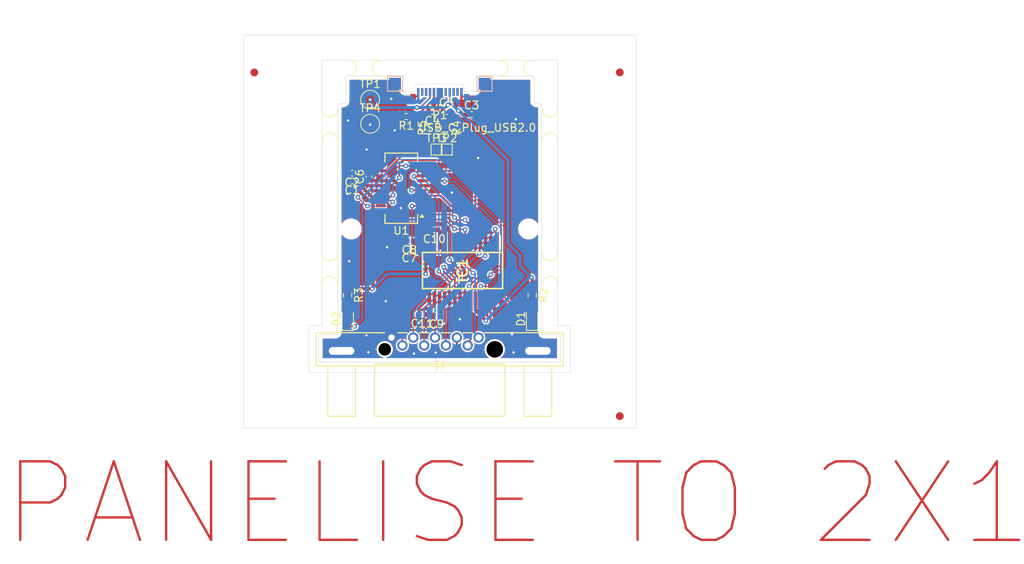
<source format=kicad_pcb>
(kicad_pcb (version 20240108) (generator "pcbnew") (generator_version "8.0")
  (layers (0 "F.Cu" signal) (31 "B.Cu" signal) (34 "B.Paste" user) (35 "F.Paste" user) (36 "B.SilkS" user "B.Silkscreen") (37 "F.SilkS" user "F.Silkscreen") (38 "B.Mask" user) (39 "F.Mask" user) (44 "Edge.Cuts" user))
  (net 0 "")
  (net 1 "Earth")
  (net 2 "VCC")
  (net 3 "/D+")
  (net 4 "/D-")
  (net 5 "3V3OUT")
  (net 6 "Net-(IC1-V-)")
  (net 7 "Net-(IC1-C1+)")
  (net 8 "Net-(IC1-C1-)")
  (net 9 "Net-(IC1-C2-)")
  (net 10 "Net-(IC1-C2+)")
  (net 11 "Net-(D1-A)")
  (net 12 "Net-(D1-K)")
  (net 13 "Net-(D2-A)")
  (net 14 "Net-(D2-K)")
  (net 15 "SLEEP#")
  (net 16 "RX")
  (net 17 "CTS")
  (net 19 "~{RI}")
  (net 20 "DTR")
  (net 21 "~{DTR}")
  (net 22 "~{RTS}")
  (net 23 "~{DSR}")
  (net 24 "TX")
  (net 25 "RTS")
  (net 26 "DSR")
  (net 27 "~{DCD}")
  (net 28 "DCD")
  (net 30 "RXD")
  (net 31 "RI")
  (net 32 "~{CTS}")
  (net 33 "TXD")
  (net 34 "Net-(P1-CC)")
  (footprint "DB9 RS232 Adapter:SOP65P780X200-28N" (layer "F.Cu") (at 235.53 97 -90)
    (property "Reference" "IC1")
    (property "Value" "SP213ECA-L_TR" (hide yes))
  )
  (footprint "TestPoint:TestPoint_Pad_1.0x1.0mm" (layer "F.Cu") (at 232.22 81.59)
    (property "Reference" "TP3")
    (property "Value" "TestPoint")
  )
  (footprint "LED_SMD:LED_0603_1608Metric" (layer "F.Cu") (at 220.9075 103.15 90)
    (property "Reference" "D2")
    (property "Value" "RXLED")
  )
  (footprint "TestPoint:TestPoint_Pad_1.0x1.0mm" (layer "F.Cu") (at 233.52 81.59)
    (property "Reference" "TP2")
    (property "Value" "TestPoint")
  )
  (footprint "Capacitor_SMD:C_0402_1005Metric" (layer "F.Cu") (at 223.61 85.04 90)
    (property "Reference" "C6")
    (property "Value" "100nF")
  )
  (footprint "Capacitor_SMD:C_0402_1005Metric" (layer "F.Cu") (at 231.68 76.75 180)
    (property "Reference" "C4")
    (property "Value" "47pF")
  )
  (footprint "Capacitor_SMD:C_0402_1005Metric" (layer "F.Cu") (at 228.75 94.26 180)
    (property "Reference" "C7")
    (property "Value" "100nF")
  )
  (footprint "Fiducial:Fiducial_1mm_Mask2mm" (layer "F.Cu") (at 209.02 71.77)
    (property "Reference" "REF**" (hide yes))
    (property "Value" "Fiducial_1mm_Mask2mm")
  )
  (footprint "Fiducial:Fiducial_1mm_Mask2mm" (layer "F.Cu") (at 255.54 115.55)
    (property "Reference" "REF**" (hide yes))
    (property "Value" "Fiducial_1mm_Mask2mm")
  )
  (footprint "Expansion_Card:mouse-bite-2mm-slot" (layer "F.Cu") (at 218.65 96.75 90)
    (property "Reference" "mouse-bite-2mm-slot" (hide yes))
    (property "Value" "VAL**" (hide yes))
  )
  (footprint "MountingHole:MountingHole_2.2mm_M2" (layer "F.Cu") (at 243.94 91.71)
    (property "Reference" "H2" (hide yes))
    (property "Value" "MountingHole")
  )
  (footprint "Resistor_SMD:R_0603_1608Metric" (layer "F.Cu") (at 220.9 100.15 -90)
    (property "Reference" "R3")
    (property "Value" "270R")
  )
  (footprint "MountingHole:JLCPCB_Tooling" (layer "F.Cu") (at 208.79 68.11)
    (property "Reference" "REF**" (hide yes))
    (property "Value" "JLCPCB_Tooling")
  )
  (footprint "Expansion_Card:mouse-bite-2mm-slot" (layer "F.Cu") (at 242.31 71.21 180)
    (property "Reference" "mouse-bite-2mm-slot" (hide yes))
    (property "Value" "VAL**" (hide yes))
  )
  (footprint "TestPoint:TestPoint_Pad_D2.0mm" (layer "F.Cu") (at 223.77 78.31)
    (property "Reference" "TP4")
    (property "Value" "TestPoint")
  )
  (footprint "Resistor_SMD:R_0603_1608Metric" (layer "F.Cu") (at 233.34 78.83 -90)
    (property "Reference" "R4")
    (property "Value" "27R")
  )
  (footprint "Expansion_Card:mouse-bite-2mm-slot" (layer "F.Cu") (at 218.65 78.45 90)
    (property "Reference" "mouse-bite-2mm-slot" (hide yes))
    (property "Value" "VAL**" (hide yes))
  )
  (footprint "Capacitor_SMD:C_0402_1005Metric" (layer "F.Cu") (at 233.5 76.75)
    (property "Reference" "C5")
    (property "Value" "47pF")
  )
  (footprint "Capacitor_SMD:C_0402_1005Metric" (layer "F.Cu") (at 228.75 93.21 180)
    (property "Reference" "C8")
    (property "Value" "100nF")
  )
  (footprint "Capacitor_SMD:C_0402_1005Metric" (layer "F.Cu") (at 232.2 102.67 180)
    (property "Reference" "C9")
    (property "Value" "100nF, 16v")
  )
  (footprint "Resistor_SMD:R_0603_1608Metric" (layer "F.Cu") (at 231.86 78.83 90)
    (property "Reference" "R5")
    (property "Value" "27R")
  )
  (footprint "Capacitor_SMD:C_0402_1005Metric" (layer "F.Cu") (at 230.37 102.59 180)
    (property "Reference" "C11")
    (property "Value" "100nF, 16v")
  )
  (footprint "Resistor_SMD:R_0603_1608Metric" (layer "F.Cu") (at 244.4 100.15 -90)
    (property "Reference" "R2")
    (property "Value" "270R")
  )
  (footprint "TestPoint:TestPoint_Pad_1.5x1.5mm" (layer "F.Cu") (at 238.34 73.21)
    (property "Reference" "TP3" (hide yes))
    (property "Value" "TestPoint")
  )
  (footprint "TestPoint:TestPoint_Pad_1.5x1.5mm" (layer "F.Cu") (at 226.94 73.21)
    (property "Reference" "TP1" (hide yes))
    (property "Value" "TestPoint")
  )
  (footprint "Resistor_SMD:R_0402_1005Metric" (layer "F.Cu") (at 228.36 77.39 180)
    (property "Reference" "R1")
    (property "Value" "5.1k")
  )
  (footprint "Expansion_Card:USB_C_Plug_Molex_105444" (layer "F.Cu") (at 232.64 74.21)
    (property "Reference" "P1")
    (property "Value" "USB_C_Plug_USB2.0")
    (fp_line (start -3.35 0) (end -4.3 0) (stroke (width 0.05)) (layer "Edge.Cuts"))
    (fp_line (start -3.05 -0.66) (end -3.05 -0.3) (stroke (width 0.05)) (layer "Edge.Cuts"))
    (fp_line (start -2.75 -0.96) (end 2.75 -0.96) (stroke (width 0.05)) (layer "Edge.Cuts"))
    (fp_line (start 3.05 -0.66) (end 3.05 -0.3) (stroke (width 0.05)) (layer "Edge.Cuts"))
    (fp_line (start 3.35 0) (end 4.3 0) (stroke (width 0.05)) (layer "Edge.Cuts"))
    (fp_arc (start -3.05 -0.66) (mid -2.962132 -0.872132) (end -2.75 -0.96) (stroke (width 0.05)) (layer "Edge.Cuts"))
    (fp_arc (start -3.05 -0.3) (mid -3.137868 -0.087868) (end -3.35 0) (stroke (width 0.05)) (layer "Edge.Cuts"))
    (fp_arc (start 2.75 -0.96) (mid 2.962132 -0.872132) (end 3.05 -0.66) (stroke (width 0.05)) (layer "Edge.Cuts"))
    (fp_arc (start 3.35 0) (mid 3.137868 -0.087868) (end 3.05 -0.3) (stroke (width 0.05)) (layer "Edge.Cuts"))
  )
  (footprint "DB9 RS232 Adapter:CONN9_K31X_KYC" (layer "F.Cu") (at 232.63 109.043 180)
    (property "Reference" "J1")
    (property "Value" "DE9_Receptacle")
  )
  (footprint "Capacitor_SMD:C_0402_1005Metric" (layer "F.Cu") (at 231.94 91.82 180)
    (property "Reference" "C10")
    (property "Value" "100nF")
  )
  (footprint "Expansion_Card:mouse-bite-2mm-slot" (layer "F.Cu") (at 246.65 78.45 90)
    (property "Reference" "mouse-bite-2mm-slot" (hide yes))
    (property "Value" "VAL**" (hide yes))
  )
  (footprint "Package_SO:SSOP-20_3.9x8.7mm_P0.635mm" (layer "F.Cu") (at 227.7325 86.52 180)
    (property "Reference" "U1")
    (property "Value" "FT231XS")
  )
  (footprint "Expansion_Card:mouse-bite-2mm-slot" (layer "F.Cu") (at 223.04 71.2 180)
    (property "Reference" "mouse-bite-2mm-slot" (hide yes))
    (property "Value" "VAL**" (hide yes))
  )
  (footprint "Capacitor_SMD:C_0402_1005Metric" (layer "F.Cu") (at 236.68 77.12)
    (property "Reference" "C3")
    (property "Value" "10nF")
  )
  (footprint "MountingHole:MountingHole_2.2mm_M2" (layer "F.Cu") (at 221.34 91.71)
    (property "Reference" "H1" (hide yes))
    (property "Value" "MountingHole")
  )
  (footprint "Capacitor_SMD:C_0402_1005Metric" (layer "F.Cu") (at 221.48 84.61 180)
    (property "Reference" "C2")
    (property "Value" "4.7uF")
  )
  (footprint "Capacitor_SMD:C_0402_1005Metric" (layer "F.Cu") (at 221.48 85.6 180)
    (property "Reference" "C1")
    (property "Value" "100nF")
  )
  (footprint "LED_SMD:LED_0603_1608Metric" (layer "F.Cu") (at 244.39 103.15 90)
    (property "Reference" "D1")
    (property "Value" "TXLED")
  )
  (footprint "TestPoint:TestPoint_Pad_D2.0mm" (layer "F.Cu") (at 223.77 75.24)
    (property "Reference" "TP1")
    (property "Value" "TestPoint")
  )
  (footprint "MountingHole:JLCPCB_Tooling" (layer "F.Cu") (at 256.71 67.96)
    (property "Reference" "REF**" (hide yes))
    (property "Value" "JLCPCB_Tooling")
  )
  (footprint "MountingHole:JLCPCB_Tooling" (layer "F.Cu") (at 208.71 115.92)
    (property "Reference" "REF**" (hide yes))
    (property "Value" "JLCPCB_Tooling")
  )
  (footprint "Expansion_Card:mouse-bite-2mm-slot" (layer "F.Cu") (at 246.65 96.75 90)
    (property "Reference" "mouse-bite-2mm-slot" (hide yes))
    (property "Value" "VAL**" (hide yes))
  )
  (footprint "Fiducial:Fiducial_1mm_Mask2mm" (layer "F.Cu") (at 255.54 71.77)
    (property "Reference" "REF**" (hide yes))
    (property "Value" "Fiducial_1mm_Mask2mm")
  )
  (footprint "TestPoint:TestPoint_Pad_1.5x1.5mm" (layer "B.Cu") (at 238.34 73.21)
    (property "Reference" "TP4" (hide yes))
    (property "Value" "TestPoint")
  )
  (footprint "TestPoint:TestPoint_Pad_1.5x1.5mm" (layer "B.Cu") (at 226.94 73.21)
    (property "Reference" "TP2" (hide yes))
    (property "Value" "TestPoint")
  )
  (gr_arc (start 219.64 104.87) (mid 219.552132 105.082132) (end 219.34 105.17) (stroke (width 0.05)) (layer "Edge.Cuts"))
  (gr_arc (start 245.34 75.71) (mid 245.552132 75.797868) (end 245.64 76.01) (stroke (width 0.05)) (layer "Edge.Cuts"))
  (gr_arc (start 220.64 72.51) (mid 220.727868 72.297868) (end 220.94 72.21) (stroke (width 0.05)) (layer "Edge.Cuts"))
  (gr_line (start 207.64 67.03) (end 207.64 117.03) (stroke (width 0.05)) (layer "Edge.Cuts"))
  (gr_arc (start 245.94 105.17) (mid 245.727868 105.082132) (end 245.64 104.87) (stroke (width 0.05)) (layer "Edge.Cuts"))
  (gr_line (start 236.94 74.21) (end 237.04 74.21) (stroke (width 0.05)) (layer "Edge.Cuts"))
  (gr_line (start 248.035 105.47) (end 248.035 108.370032) (stroke (width 0.05)) (layer "Edge.Cuts"))
  (gr_line (start 219.94 75.71) (end 220.34 75.71) (stroke (width 0.05)) (layer "Edge.Cuts"))
  (gr_arc (start 227.64 72.21) (mid 227.852132 72.297868) (end 227.94 72.51) (stroke (width 0.05)) (layer "Edge.Cuts"))
  (gr_arc (start 228.24 74.21) (mid 228.027868 74.122132) (end 227.94 73.91) (stroke (width 0.05)) (layer "Edge.Cuts"))
  (gr_line (start 227.94 73.91) (end 227.94 72.51) (stroke (width 0.05)) (layer "Edge.Cuts"))
  (gr_line (start 217.64 104.01) (end 216 104.01) (stroke (width 0.05)) (layer "Edge.Cuts"))
  (gr_line (start 237.34 73.91) (end 237.34 72.51) (stroke (width 0.05)) (layer "Edge.Cuts"))
  (gr_line (start 219.34 105.17) (end 217.545 105.17) (stroke (width 0.05)) (layer "Edge.Cuts"))
  (gr_line (start 216 104.01) (end 216 110) (stroke (width 0.05)) (layer "Edge.Cuts"))
  (gr_line (start 207.64 117.03) (end 257.64 117.03) (stroke (width 0.05)) (layer "Edge.Cuts"))
  (gr_arc (start 219.64 76.01) (mid 219.727868 75.797868) (end 219.94 75.71) (stroke (width 0.05)) (layer "Edge.Cuts"))
  (gr_line (start 247.64 70.21) (end 247.64 104.01) (stroke (width 0.05)) (layer "Edge.Cuts"))
  (gr_arc (start 220.64 75.41) (mid 220.552132 75.622132) (end 220.34 75.71) (stroke (width 0.05)) (layer "Edge.Cuts"))
  (gr_arc (start 237.34 73.91) (mid 237.252132 74.122132) (end 237.04 74.21) (stroke (width 0.05)) (layer "Edge.Cuts"))
  (gr_line (start 227.64 72.21) (end 220.94 72.21) (stroke (width 0.05)) (layer "Edge.Cuts"))
  (gr_line (start 245.64 76.01) (end 245.64 104.87) (stroke (width 0.05)) (layer "Edge.Cuts"))
  (gr_line (start 257.64 67.03) (end 257.64 117.03) (stroke (width 0.05)) (layer "Edge.Cuts"))
  (gr_arc (start 244.34 72.21) (mid 244.552132 72.297868) (end 244.64 72.51) (stroke (width 0.05)) (layer "Edge.Cuts"))
  (gr_arc (start 248.035 108.370032) (mid 247.947121 108.582143) (end 247.735 108.670032) (stroke (width 0.05)) (layer "Edge.Cuts"))
  (gr_line (start 217.64 70.21) (end 217.64 104.01) (stroke (width 0.05)) (layer "Edge.Cuts"))
  (gr_line (start 220.64 75.41) (end 220.64 72.51) (stroke (width 0.05)) (layer "Edge.Cuts"))
  (gr_line (start 219.64 76.01) (end 219.64 104.87) (stroke (width 0.05)) (layer "Edge.Cuts"))
  (gr_line (start 217.545 108.670032) (end 247.735 108.670032) (stroke (width 0.05)) (layer "Edge.Cuts"))
  (gr_arc (start 247.735 105.17) (mid 247.947132 105.257868) (end 248.035 105.47) (stroke (width 0.05)) (layer "Edge.Cuts"))
  (gr_line (start 244.64 75.41) (end 244.64 72.51) (stroke (width 0.05)) (layer "Edge.Cuts"))
  (gr_line (start 249.28 104.01) (end 247.64 104.01) (stroke (width 0.05)) (layer "Edge.Cuts"))
  (gr_line (start 244.94 75.71) (end 245.34 75.71) (stroke (width 0.05)) (layer "Edge.Cuts"))
  (gr_arc (start 217.545 108.670032) (mid 217.332857 108.582166) (end 217.245 108.370032) (stroke (width 0.05)) (layer "Edge.Cuts"))
  (gr_arc (start 217.245 105.47) (mid 217.332868 105.257868) (end 217.545 105.17) (stroke (width 0.05)) (layer "Edge.Cuts"))
  (gr_arc (start 237.34 72.51) (mid 237.427868 72.297868) (end 237.64 72.21) (stroke (width 0.05)) (layer "Edge.Cuts"))
  (gr_line (start 247.735 105.17) (end 245.94 105.17) (stroke (width 0.05)) (layer "Edge.Cuts"))
  (gr_line (start 228.24 74.21) (end 228.34 74.21) (stroke (width 0.05)) (layer "Edge.Cuts"))
  (gr_line (start 207.64 67.03) (end 257.64 67.03) (stroke (width 0.05)) (layer "Edge.Cuts"))
  (gr_arc (start 244.94 75.71) (mid 244.727868 75.622132) (end 244.64 75.41) (stroke (width 0.05)) (layer "Edge.Cuts"))
  (gr_line (start 249.28 104.01) (end 249.28 110) (stroke (width 0.05)) (layer "Edge.Cuts"))
  (gr_line (start 216 110) (end 249.28 110) (stroke (width 0.05)) (layer "Edge.Cuts"))
  (gr_line (start 237.64 72.21) (end 244.34 72.21) (stroke (width 0.05)) (layer "Edge.Cuts"))
  (gr_line (start 217.245 105.47) (end 217.245 108.370032) (stroke (width 0.05)) (layer "Edge.Cuts"))
  (gr_line (start 217.64 70.21) (end 247.64 70.21) (stroke (width 0.05)) (layer "Edge.Cuts"))
  (gr_text "PANELISE TO 2X1" (at 176.66 132.55 0) (layer "F.Cu") (effects (font (size 10 10) (thickness 0.3) (bold yes)) (justify left bottom)))
  (segment (start 233.98 76.75) (end 234.08 76.75) (width 0.2) (layer "F.Cu") (net 1))
  (segment (start 229.385788 75.09) (end 229.801011 74.674777) (width 0.2) (layer "F.Cu") (net 1))
  (segment (start 223.77 78.31) (end 223.77 78.41) (width 0.4) (layer "F.Cu") (net 1))
  (segment (start 229.22 75.09) (end 229.385788 75.09) (width 0.2) (layer "F.Cu") (net 1))
  (segment (start 234.08 76.75) (end 235.03 77.7) (width 0.2) (layer "F.Cu") (net 1))
  (segment (start 223.77 78.41) (end 223.78 78.42) (width 0.4) (layer "F.Cu") (net 1))
  (via (at 226.89 79.15) (size 0.6) (drill 0.3) (layers "F.Cu" "B.Cu") (net 1))
  (via (at 241.82 105.12) (size 0.6) (drill 0.3) (layers "F.Cu" "B.Cu") (net 1))
  (via (at 242.02 107.44) (size 0.6) (drill 0.3) (layers "F.Cu" "B.Cu") (net 1))
  (via (at 223.32 81.58) (size 0.6) (drill 0.3) (layers "F.Cu" "B.Cu") (net 1))
  (via (at 223.55 107.41) (size 0.6) (drill 0.3) (layers "F.Cu" "B.Cu") (net 1))
  (via (at 220.97 77.9) (size 0.6) (drill 0.3) (layers "F.Cu" "B.Cu") (net 1))
  (via (at 223.78 78.42) (size 0.6) (drill 0.3) (layers "F.Cu" "B.Cu") (net 1))
  (via (at 223.3 105.25) (size 0.6) (drill 0.3) (layers "F.Cu" "B.Cu") (net 1))
  (via (at 220.85 87.23) (size 0.6) (drill 0.3) (layers "F.Cu" "B.Cu") (net 1))
  (via (at 229.95 103.68) (size 0.6) (drill 0.3) (layers "F.Cu" "B.Cu") (net 1))
  (via (at 226.46 75.13) (size 0.6) (drill 0.3) (layers "F.Cu" "B.Cu") (net 1))
  (via (at 221.12 95.83) (size 0.6) (drill 0.3) (layers "F.Cu" "B.Cu") (net 1))
  (via (at 225.76 100.91) (size 0.6) (drill 0.3) (layers "F.Cu" "B.Cu") (net 1))
  (via (at 237.52 82.67) (size 0.6) (drill 0.3) (layers "F.Cu" "B.Cu") (net 1))
  (via (at 235.18 103.21) (size 0.6) (drill 0.3) (layers "F.Cu" "B.Cu") (net 1))
  (via (at 236.24 98.08) (size 0.6) (drill 0.3) (layers "F.Cu" "B.Cu") (net 1))
  (via (at 225.93 94.04) (size 0.6) (drill 0.3) (layers "F.Cu" "B.Cu") (net 1))
  (via (at 227.68 89.05) (size 0.6) (drill 0.3) (layers "F.Cu" "B.Cu") (net 1))
  (via (at 242.3 77.73) (size 0.6) (drill 0.3) (layers "F.Cu" "B.Cu") (net 1))
  (via (at 234.16 87.07) (size 0.6) (drill 0.3) (layers "F.Cu" "B.Cu") (net 1))
  (via (at 232.11 107.46) (size 0.6) (drill 0.3) (layers "F.Cu" "B.Cu") (net 1))
  (via (at 229.35 107.59) (size 0.6) (drill 0.3) (layers "F.Cu" "B.Cu") (net 1))
  (segment (start 236.06 75.09) (end 235.894212 75.09) (width 0.2) (layer "B.Cu") (net 1))
  (segment (start 235.894212 75.09) (end 235.478989 74.674777) (width 0.2) (layer "B.Cu") (net 1))
  (segment (start 235.11 76.64) (end 235.01 76.64) (width 0.2) (layer "F.Cu") (net 2))
  (segment (start 222.5625 86.2025) (end 221.96 85.6) (width 0.4) (layer "F.Cu") (net 2))
  (segment (start 231.39 75) (end 231.39 74.25) (width 0.2) (layer "F.Cu") (net 2))
  (segment (start 221.96 77.05) (end 221.96 84.61) (width 0.4) (layer "F.Cu") (net 2))
  (segment (start 231.98 94.75) (end 233.23 94.75) (width 0.4) (layer "F.Cu") (net 2))
  (segment (start 235.59 77.12) (end 235.11 76.64) (width 0.4) (layer "F.Cu") (net 2))
  (segment (start 237.155 102.03) (end 238.3725 103.2475) (width 0.4) (layer "F.Cu") (net 2))
  (segment (start 233.255 94.725) (end 233.255 93.45) (width 0.4) (layer "F.Cu") (net 2))
  (segment (start 224.1675 86.2025) (end 224.1325 86.2375) (width 0.4) (layer "F.Cu") (net 2))
  (segment (start 244.4 97.965) (end 244.4 99.325) (width 0.4) (layer "F.Cu") (net 2))
  (segment (start 238.3725 103.2475) (end 238.505 103.38) (width 0.2) (layer "F.Cu") (net 2))
  (segment (start 244.31 97.875) (end 244.4 97.965) (width 0.4) (layer "F.Cu") (net 2))
  (segment (start 224.045 99.325) (end 220.9 99.325) (width 0.4) (layer "F.Cu") (net 2))
  (segment (start 230.86 94.85) (end 230.86 97.45) (width 0.4) (layer "F.Cu") (net 2))
  (segment (start 224.1325 99.2375) (end 224.1325 87.7725) (width 0.4) (layer "F.Cu") (net 2))
  (segment (start 224.045 99.325) (end 224.1325 99.2375) (width 0.4) (layer "F.Cu") (net 2))
  (segment (start 231.98 94.75) (end 229.72 94.75) (width 0.4) (layer "F.Cu") (net 2))
  (segment (start 236.2 77.12) (end 235.59 77.12) (width 0.4) (layer "F.Cu") (net 2))
  (segment (start 230.15 76.24) (end 231.39 75) (width 0.2) (layer "F.Cu") (net 2))
  (segment (start 225.1325 86.2025) (end 224.1675 86.2025) (width 0.4) (layer "F.Cu") (net 2))
  (segment (start 225.1325 86.2025) (end 222.5625 86.2025) (width 0.4) (layer "F.Cu") (net 2))
  (segment (start 221.96 85.6) (end 221.96 84.61) (width 0.4) (layer "F.Cu") (net 2))
  (segment (start 233.665 75.925) (end 233.89 75.7) (width 0.2) (layer "F.Cu") (net 2))
  (segment (start 229.72 94.75) (end 229.23 94.26) (width 0.4) (layer "F.Cu") (net 2))
  (segment (start 230.76 94.75) (end 230.86 94.85) (width 0.4) (layer "F.Cu") (net 2))
  (segment (start 233.89 75.7) (end 233.89 74.25) (width 0.2) (layer "F.Cu") (net 2))
  (segment (start 237.155 100.55) (end 237.155 102.03) (width 0.4) (layer "F.Cu") (net 2))
  (segment (start 231.955 94.725) (end 231.98 94.75) (width 0.4) (layer "F.Cu") (net 2))
  (segment (start 229.23 93.21) (end 229.23 94.26) (width 0.4) (layer "F.Cu") (net 2))
  (segment (start 231.955 93.45) (end 231.955 94.725) (width 0.4) (layer "F.Cu") (net 2))
  (segment (start 229.72 76.24) (end 230.15 76.24) (width 0.2) (layer "F.Cu") (net 2))
  (segment (start 233.23 94.75) (end 233.255 94.725) (width 0.4) (layer "F.Cu") (net 2))
  (segment (start 223.77 75.24) (end 221.96 77.05) (width 0.4) (layer "F.Cu") (net 2))
  (segment (start 224.1325 87.7725) (end 222.5625 86.2025) (width 0.4) (layer "F.Cu") (net 2))
  (via (at 244.31 97.875) (size 0.6) (drill 0.3) (layers "F.Cu" "B.Cu") (net 2))
  (via (at 233.665 75.925) (size 0.6) (drill 0.3) (layers "F.Cu" "B.Cu") (net 2))
  (via (at 229.72 76.24) (size 0.6) (drill 0.3) (layers "F.Cu" "B.Cu") (net 2))
  (via (at 235.01 76.64) (size 0.6) (drill 0.3) (layers "F.Cu" "B.Cu") (net 2))
  (via (at 223.77 75.24) (size 0.6) (drill 0.3) (layers "F.Cu" "B.Cu") (net 2))
  (via (at 230.86 97.45) (size 0.6) (drill 0.3) (layers "F.Cu" "B.Cu") (net 2))
  (via (at 224.045 99.325) (size 0.6) (drill 0.3) (layers "F.Cu" "B.Cu") (net 2))
  (via (at 238.505 103.38) (size 0.6) (drill 0.3) (layers "F.Cu" "B.Cu") (net 2))
  (segment (start 224.507332 76.24) (end 223.77 75.502668) (width 0.4) (layer "B.Cu") (net 2))
  (segment (start 229.72 76.24) (end 230.15 76.24) (width 0.2) (layer "B.Cu") (net 2))
  (segment (start 233.89 74.25) (end 233.84 74.3) (width 0.2) (layer "B.Cu") (net 2))
  (segment (start 233.89 75.7) (end 233.89 74.25) (width 0.2) (layer "B.Cu") (net 2))
  (segment (start 225.92 97.45) (end 230.86 97.45) (width 0.4) (layer "B.Cu") (net 2))
  (segment (start 241.287 82.917) (end 235.01 76.64) (width 0.4) (layer "B.Cu") (net 2))
  (segment (start 235.11 76.64) (end 235.01 76.64) (width 0.4) (layer "B.Cu") (net 2))
  (segment (start 241.287 93.537) (end 241.287 82.917) (width 0.4) (layer "B.Cu") (net 2))
  (segment (start 244.31 97.875) (end 244.01 97.875) (width 0.4) (layer "B.Cu") (net 2))
  (segment (start 231.39 75) (end 231.39 74.25) (width 0.2) (layer "B.Cu") (net 2))
  (segment (start 233.665 75.925) (end 233.89 75.7) (width 0.2) (layer "B.Cu") (net 2))
  (segment (start 230.15 76.24) (end 231.39 75) (width 0.2) (layer "B.Cu") (net 2))
  (segment (start 242.86 96.425) (end 242.86 95.11) (width 0.4) (layer "B.Cu") (net 2))
  (segment (start 235.01 76.64) (end 234.295 75.925) (width 0.4) (layer "B.Cu") (net 2))
  (segment (start 244.31 97.875) (end 242.86 96.425) (width 0.4) (layer "B.Cu") (net 2))
  (segment (start 229.72 76.24) (end 224.507332 76.24) (width 0.4) (layer "B.Cu") (net 2))
  (segment (start 224.045 99.325) (end 225.92 97.45) (width 0.4) (layer "B.Cu") (net 2))
  (segment (start 244.01 97.875) (end 238.505 103.38) (width 0.4) (layer "B.Cu") (net 2))
  (segment (start 234.295 75.925) (end 233.665 75.925) (width 0.4) (layer "B.Cu") (net 2))
  (segment (start 233.35 76.24) (end 229.72 76.24) (width 0.4) (layer "B.Cu") (net 2))
  (segment (start 242.86 95.11) (end 241.287 93.537) (width 0.4) (layer "B.Cu") (net 2))
  (segment (start 233.665 75.925) (end 233.35 76.24) (width 0.4) (layer "B.Cu") (net 2))
  (segment (start 232.22 81.59) (end 232.22 80.015) (width 0.2) (layer "F.Cu") (net 3))
  (segment (start 232.32 76.75) (end 232.16 76.75) (width 0.2) (layer "F.Cu") (net 3))
  (segment (start 231.86 78.005) (end 231.86 77.05) (width 0.2) (layer "F.Cu") (net 3))
  (segment (start 227.205 81.59) (end 232.22 81.59) (width 0.2) (layer "F.Cu") (net 3))
  (segment (start 231.86 77.05) (end 232.16 76.75) (width 0.2) (layer "F.Cu") (net 3))
  (segment (start 232.39 74.25) (end 232.44 74.3) (width 0.2) (layer "F.Cu") (net 3))
  (segment (start 232.44 74.3) (end 232.44 76.63) (width 0.2) (layer "F.Cu") (net 3))
  (segment (start 225.1325 83.6625) (end 227.205 81.59) (width 0.2) (layer "F.Cu") (net 3))
  (segment (start 232.22 80.015) (end 231.86 79.655) (width 0.2) (layer "F.Cu") (net 3))
  (segment (start 232.44 76.63) (end 232.32 76.75) (width 0.2) (layer "F.Cu") (net 3))
  (segment (start 233.34 77.07) (end 233.02 76.75) (width 0.2) (layer "F.Cu") (net 4))
  (segment (start 232.89 74.25) (end 232.89 76.62) (width 0.2) (layer "F.Cu") (net 4))
  (segment (start 233.34 78.005) (end 233.34 77.07) (width 0.2) (layer "F.Cu") (net 4))
  (segment (start 233.01 82.4) (end 227.795 82.4) (width 0.2) (layer "F.Cu") (net 4))
  (segment (start 225.8975 84.2975) (end 225.1325 84.2975) (width 0.2) (layer "F.Cu") (net 4))
  (segment (start 227.795 82.4) (end 225.8975 84.2975) (width 0.2) (layer "F.Cu") (net 4))
  (segment (start 233.52 81.59) (end 233.52 81.89) (width 0.2) (layer "F.Cu") (net 4))
  (segment (start 232.89 76.62) (end 233.02 76.75) (width 0.2) (layer "F.Cu") (net 4))
  (segment (start 233.52 81.59) (end 233.52 79.835) (width 0.2) (layer "F.Cu") (net 4))
  (segment (start 233.52 81.89) (end 233.01 82.4) (width 0.2) (layer "F.Cu") (net 4))
  (segment (start 233.52 79.835) (end 233.34 79.655) (width 0.2) (layer "F.Cu") (net 4))
  (segment (start 229.3675 88.1075) (end 230.3325 88.1075) (width 0.4) (layer "F.Cu") (net 5))
  (segment (start 223.6575 85.5675) (end 223.61 85.52) (width 0.4) (layer "F.Cu") (net 5))
  (segment (start 224.545 85.52) (end 225.1325 84.9325) (width 0.4) (layer "F.Cu") (net 5))
  (segment (start 223.61 85.52) (end 224.545 85.52) (width 0.4) (layer "F.Cu") (net 5))
  (segment (start 225.1325 85.5675) (end 223.6575 85.5675) (width 0.4) (layer "F.Cu") (net 5))
  (segment (start 226.8275 85.5675) (end 229.3675 88.1075) (width 0.4) (layer "F.Cu") (net 5))
  (segment (start 225.1325 85.5675) (end 226.8275 85.5675) (width 0.4) (layer "F.Cu") (net 5))
  (segment (start 232.605 102.595) (end 232.68 102.67) (width 0.2) (layer "F.Cu") (net 6))
  (segment (start 232.605 100.55) (end 232.605 102.595) (width 0.2) (layer "F.Cu") (net 6))
  (segment (start 232.605 92.005) (end 232.42 91.82) (width 0.4) (layer "F.Cu") (net 7))
  (segment (start 232.605 93.45) (end 232.605 92.005) (width 0.4) (layer "F.Cu") (net 7))
  (segment (start 231.305 93.45) (end 231.305 91.975) (width 0.4) (layer "F.Cu") (net 8))
  (segment (start 231.305 91.975) (end 231.46 91.82) (width 0.4) (layer "F.Cu") (net 8))
  (segment (start 231.955 101.485) (end 230.85 102.59) (width 0.2) (layer "F.Cu") (net 9))
  (segment (start 231.955 100.55) (end 231.955 101.485) (width 0.2) (layer "F.Cu") (net 9))
  (segment (start 231.305 100.55) (end 229.89 101.965) (width 0.2) (layer "F.Cu") (net 10))
  (segment (start 229.89 101.965) (end 229.89 102.59) (width 0.2) (layer "F.Cu") (net 10))
  (segment (start 244.39 100.985) (end 244.4 100.975) (width 0.4) (layer "F.Cu") (net 11))
  (segment (start 244.39 102.3625) (end 244.39 100.985) (width 0.4) (layer "F.Cu") (net 11))
  (segment (start 225.22 87.56) (end 225.1325 87.4725) (width 0.2) (layer "F.Cu") (net 12))
  (segment (start 240.4 88.454315) (end 234.895685 82.95) (width 0.2) (layer "F.Cu") (net 12))
  (segment (start 240.4 99.9475) (end 240.4 88.454315) (width 0.2) (layer "F.Cu") (net 12))
  (segment (start 244.39 103.9375) (end 240.4 99.9475) (width 0.2) (layer "F.Cu") (net 12))
  (segment (start 227.48 83.411471) (end 227.48 85.23) (width 0.2) (layer "F.Cu") (net 12))
  (segment (start 234.895685 82.95) (end 227.941471 82.95) (width 0.2) (layer "F.Cu") (net 12))
  (segment (start 226.68 87.39) (end 226.51 87.56) (width 0.2) (layer "F.Cu") (net 12))
  (segment (start 227.941471 82.95) (end 227.48 83.411471) (width 0.2) (layer "F.Cu") (net 12))
  (segment (start 226.51 87.56) (end 225.22 87.56) (width 0.2) (layer "F.Cu") (net 12))
  (segment (start 227.48 85.23) (end 227.48 85.19) (width 0.2) (layer "F.Cu") (net 12))
  (segment (start 227.48 85.19) (end 227.49 85.18) (width 0.2) (layer "F.Cu") (net 12))
  (via (at 227.48 85.19) (size 0.6) (drill 0.3) (layers "F.Cu" "B.Cu") (net 12))
  (via (at 226.68 87.39) (size 0.6) (drill 0.3) (layers "F.Cu" "B.Cu") (net 12))
  (segment (start 227.49 85.18) (end 226.68 85.99) (width 0.2) (layer "B.Cu") (net 12))
  (segment (start 226.68 85.99) (end 226.68 87.39) (width 0.2) (layer "B.Cu") (net 12))
  (segment (start 220.9075 100.9825) (end 220.9 100.975) (width 0.4) (layer "F.Cu") (net 13))
  (segment (start 220.9075 102.3625) (end 220.9075 100.9825) (width 0.4) (layer "F.Cu") (net 13))
  (segment (start 221.8 104.11) (end 221.08 104.11) (width 0.2) (layer "F.Cu") (net 14))
  (segment (start 228.3025 83.6625) (end 230.3325 83.6625) (width 0.2) (layer "F.Cu") (net 14))
  (segment (start 221.08 104.11) (end 220.9075 103.9375) (width 0.2) (layer "F.Cu") (net 14))
  (via (at 228.3025 83.6625) (size 0.6) (drill 0.3) (layers "F.Cu" "B.Cu") (net 14))
  (via (at 221.8 104.11) (size 0.6) (drill 0.3) (layers "F.Cu" "B.Cu") (net 14))
  (segment (start 227.4475 83.6625) (end 228.3025 83.6625) (width 0.2) (layer "B.Cu") (net 14))
  (segment (start 222.79 88.32) (end 227.4475 83.6625) (width 0.2) (layer "B.Cu") (net 14))
  (segment (start 222.79 103.12) (end 222.79 88.32) (width 0.2) (layer "B.Cu") (net 14))
  (segment (start 221.8 104.11) (end 222.79 103.12) (width 0.2) (layer "B.Cu") (net 14))
  (segment (start 226.4775 88.1075) (end 225.1325 88.1075) (width 0.127) (layer "F.Cu") (net 15))
  (segment (start 237.805 99.05) (end 237.805 100.55) (width 0.127) (layer "F.Cu") (net 15))
  (segment (start 223.31 88.79) (end 223.41 88.79) (width 0.127) (layer "F.Cu") (net 15))
  (segment (start 222.19 87.67) (end 222.21 87.67) (width 0.2) (layer "F.Cu") (net 15))
  (segment (start 226.64 88.27) (end 226.4775 88.1075) (width 0.127) (layer "F.Cu") (net 15))
  (segment (start 237.855 99) (end 237.805 99.05) (width 0.127) (layer "F.Cu") (net 15))
  (segment (start 237.9665 100.7115) (end 237.805 100.55) (width 0.127) (layer "F.Cu") (net 15))
  (segment (start 223.41 88.79) (end 223.4325 88.79) (width 0.127) (layer "F.Cu") (net 15))
  (segment (start 222.19 87.67) (end 223.31 88.79) (width 0.127) (layer "F.Cu") (net 15))
  (via (at 237.855 99) (size 0.6) (drill 0.3) (layers "F.Cu" "B.Cu") (net 15))
  (via (at 222.21 87.67) (size 0.6) (drill 0.3) (layers "F.Cu" "B.Cu") (net 15))
  (via (at 223.4325 88.79) (size 0.6) (drill 0.3) (layers "F.Cu" "B.Cu") (net 15))
  (via (at 226.64 88.27) (size 0.6) (drill 0.3) (layers "F.Cu" "B.Cu") (net 15))
  (segment (start 222.21 87.65) (end 227.01 82.85) (width 0.127) (layer "B.Cu") (net 15))
  (segment (start 222.19 87.67) (end 222.19 87.65) (width 0.127) (layer "B.Cu") (net 15))
  (segment (start 239.6935 98.3365) (end 239.03 99) (width 0.127) (layer "B.Cu") (net 15))
  (segment (start 232.192596 82.85) (end 240.8235 91.480904) (width 0.127) (layer "B.Cu") (net 15))
  (segment (start 239.03 99) (end 237.855 99) (width 0.127) (layer "B.Cu") (net 15))
  (segment (start 222.19 87.67) (end 222.19 87.67) (width 0.127) (layer "B.Cu") (net 15))
  (segment (start 226.12 88.79) (end 226.64 88.27) (width 0.127) (layer "B.Cu") (net 15))
  (segment (start 227.01 82.85) (end 232.192596 82.85) (width 0.127) (layer "B.Cu") (net 15))
  (segment (start 240.8235 96.340566) (end 239.6935 97.470566) (width 0.127) (layer "B.Cu") (net 15))
  (segment (start 222.19 87.65) (end 222.21 87.65) (width 0.127) (layer "B.Cu") (net 15))
  (segment (start 240.8235 91.480904) (end 240.8235 96.340566) (width 0.127) (layer "B.Cu") (net 15))
  (segment (start 239.6935 97.470566) (end 239.6935 98.3365) (width 0.127) (layer "B.Cu") (net 15))
  (segment (start 223.4325 88.79) (end 226.12 88.79) (width 0.127) (layer "B.Cu") (net 15))
  (segment (start 239.105 105.415) (end 239.105 100.55) (width 0.2) (layer "F.Cu") (net 16))
  (segment (start 237.0166 107.5034) (end 239.105 105.415) (width 0.2) (layer "F.Cu") (net 16))
  (segment (start 234.8 106.51621) (end 235.78719 107.5034) (width 0.2) (layer "F.Cu") (net 16))
  (segment (start 235.78719 107.5034) (end 237.0166 107.5034) (width 0.2) (layer "F.Cu") (net 16))
  (segment (start 234.8 105.542999) (end 234.8 106.51621) (width 0.2) (layer "F.Cu") (net 16))
  (segment (start 237.694679 93.560321) (end 237.805 93.45) (width 0.2) (layer "F.Cu") (net 17))
  (segment (start 237.694679 94.779937) (end 237.694679 93.560321) (width 0.2) (layer "F.Cu") (net 17))
  (via (at 237.694679 94.779937) (size 0.6) (drill 0.3) (layers "F.Cu" "B.Cu") (net 17))
  (segment (start 237.694679 94.779937) (end 230.645001 101.829615) (width 0.2) (layer "B.Cu") (net 17))
  (segment (start 230.645001 101.829615) (end 230.645001 106.543) (width 0.2) (layer "B.Cu") (net 17))
  (segment (start 229.04 86.78) (end 230.275 86.78) (width 0.2) (layer "F.Cu") (net 19))
  (segment (start 233.88 95.67) (end 235.28 97.07) (width 0.2) (layer "F.Cu") (net 19))
  (segment (start 235.855 99.45) (end 235.855 100.55) (width 0.2) (layer "F.Cu") (net 19))
  (segment (start 235.28 97.07) (end 235.28 98.875) (width 0.2) (layer "F.Cu") (net 19))
  (segment (start 230.275 86.78) (end 230.3325 86.8375) (width 0.2) (layer "F.Cu") (net 19))
  (segment (start 235.28 98.875) (end 235.855 99.45) (width 0.2) (layer "F.Cu") (net 19))
  (via (at 233.88 95.67) (size 0.6) (drill 0.3) (layers "F.Cu" "B.Cu") (net 19))
  (via (at 229.04 86.78) (size 0.6) (drill 0.3) (layers "F.Cu" "B.Cu") (net 19))
  (segment (start 233.88 88.691471) (end 229.588529 84.4) (width 0.2) (layer "B.Cu") (net 19))
  (segment (start 229.588529 84.4) (end 229.091471 84.4) (width 0.2) (layer "B.Cu") (net 19))
  (segment (start 228.74 84.751471) (end 228.74 86.48) (width 0.2) (layer "B.Cu") (net 19))
  (segment (start 233.88 95.67) (end 233.88 88.691471) (width 0.2) (layer "B.Cu") (net 19))
  (segment (start 229.091471 84.4) (end 228.74 84.751471) (width 0.2) (layer "B.Cu") (net 19))
  (segment (start 228.74 86.48) (end 229.04 86.78) (width 0.2) (layer "B.Cu") (net 19))
  (segment (start 239.695 91.715) (end 239.755 91.775) (width 0.2) (layer "F.Cu") (net 20))
  (segment (start 239.755 91.775) (end 239.755 93.45) (width 0.2) (layer "F.Cu") (net 20))
  (via (at 239.695 91.715) (size 0.6) (drill 0.3) (layers "F.Cu" "B.Cu") (net 20))
  (segment (start 239.695 91.925) (end 229.26 102.36) (width 0.2) (layer "B.Cu") (net 20))
  (segment (start 229.26 102.36) (end 229.26 105.542999) (width 0.2) (layer "B.Cu") (net 20))
  (segment (start 239.695 91.715) (end 239.695 91.925) (width 0.2) (layer "B.Cu") (net 20))
  (segment (start 234.12 89.86) (end 231.67 89.86) (width 0.2) (layer "F.Cu") (net 21))
  (segment (start 236.505 93.45) (end 236.505 91.215) (width 0.2) (layer "F.Cu") (net 21))
  (segment (start 234.51 90.25) (end 234.12 89.86) (width 0.2) (layer "F.Cu") (net 21))
  (segment (start 230.3325 89.3775) (end 231.1875 89.3775) (width 0.2) (layer "F.Cu") (net 21))
  (segment (start 236.505 91.215) (end 235.86 90.57) (width 0.2) (layer "F.Cu") (net 21))
  (segment (start 231.1875 89.3775) (end 231.67 89.86) (width 0.2) (layer "F.Cu") (net 21))
  (via (at 235.86 90.57) (size 0.6) (drill 0.3) (layers "F.Cu" "B.Cu") (net 21))
  (via (at 234.51 90.25) (size 0.6) (drill 0.3) (layers "F.Cu" "B.Cu") (net 21))
  (segment (start 235.86 90.57) (end 234.83 90.57) (width 0.2) (layer "B.Cu") (net 21))
  (segment (start 234.83 90.57) (end 234.51 90.25) (width 0.2) (layer "B.Cu") (net 21))
  (segment (start 234.555 97.985) (end 234.555 100.55) (width 0.2) (layer "F.Cu") (net 22))
  (segment (start 233.14 96.57) (end 234.555 97.985) (width 0.2) (layer "F.Cu") (net 22))
  (segment (start 230.305 88.77) (end 230.3325 88.7425) (width 0.2) (layer "F.Cu") (net 22))
  (segment (start 229.11 88.77) (end 230.305 88.77) (width 0.2) (layer "F.Cu") (net 22))
  (via (at 229.11 88.77) (size 0.6) (drill 0.3) (layers "F.Cu" "B.Cu") (net 22))
  (via (at 233.14 96.57) (size 0.6) (drill 0.3) (layers "F.Cu" "B.Cu") (net 22))
  (segment (start 233.14 96.57) (end 233.14 97.458529) (width 0.2) (layer "B.Cu") (net 22))
  (segment (start 229.11 94.708529) (end 229.11 88.77) (width 0.2) (layer "B.Cu") (net 22))
  (segment (start 232.251471 97.85) (end 229.11 94.708529) (width 0.2) (layer "B.Cu") (net 22))
  (segment (start 232.748529 97.85) (end 232.251471 97.85) (width 0.2) (layer "B.Cu") (net 22))
  (segment (start 233.14 97.458529) (end 232.748529 97.85) (width 0.2) (layer "B.Cu") (net 22))
  (segment (start 233.1575 85.5675) (end 233.24 85.65) (width 0.2) (layer "F.Cu") (net 23))
  (segment (start 230.3325 85.5675) (end 233.1575 85.5675) (width 0.2) (layer "F.Cu") (net 23))
  (segment (start 238.455 98.195) (end 239.13 97.52) (width 0.2) (layer "F.Cu") (net 23))
  (segment (start 238.455 100.55) (end 238.455 98.195) (width 0.2) (layer "F.Cu") (net 23))
  (via (at 239.13 97.52) (size 0.6) (drill 0.3) (layers "F.Cu" "B.Cu") (net 23))
  (via (at 233.24 85.65) (size 0.6) (drill 0.3) (layers "F.Cu" "B.Cu") (net 23))
  (segment (start 234.478529 85.65) (end 240.46 91.631471) (width 0.2) (layer "B.Cu") (net 23))
  (segment (start 233.24 85.65) (end 234.478529 85.65) (width 0.2) (layer "B.Cu") (net 23))
  (segment (start 240.46 96.19) (end 239.13 97.52) (width 0.2) (layer "B.Cu") (net 23))
  (segment (start 240.46 91.631471) (end 240.46 96.19) (width 0.2) (layer "B.Cu") (net 23))
  (segment (start 238.411306 95.135534) (end 238.38 95.104228) (width 0.2) (layer "F.Cu") (net 24))
  (segment (start 238.38 95.104228) (end 238.38 93.525) (width 0.2) (layer "F.Cu") (net 24))
  (segment (start 238.38 93.525) (end 238.455 93.45) (width 0.2) (layer "F.Cu") (net 24))
  (via (at 238.411306 95.135534) (size 0.6) (drill 0.3) (layers "F.Cu" "B.Cu") (net 24))
  (segment (start 232.03 101.291471) (end 232.03 105.542999) (width 0.2) (layer "B.Cu") (net 24))
  (segment (start 238.411306 95.135534) (end 238.187611 95.135534) (width 0.2) (layer "B.Cu") (net 24))
  (segment (start 238.187611 95.135534) (end 237.943208 95.379937) (width 0.2) (layer "B.Cu") (net 24))
  (segment (start 237.943208 95.379937) (end 237.941534 95.379937) (width 0.2) (layer "B.Cu") (net 24))
  (segment (start 237.941534 95.379937) (end 232.03 101.291471) (width 0.2) (layer "B.Cu") (net 24))
  (segment (start 239.11 96.26) (end 239.11 93.455) (width 0.2) (layer "F.Cu") (net 25))
  (segment (start 239.11 93.455) (end 239.105 93.45) (width 0.2) (layer "F.Cu") (net 25))
  (segment (start 236.38 98.99) (end 239.11 96.26) (width 0.2) (layer "F.Cu") (net 25))
  (via (at 236.38 98.99) (size 0.6) (drill 0.3) (layers "F.Cu" "B.Cu") (net 25))
  (segment (start 233.415001 106.543) (end 233.415001 101.954999) (width 0.2) (layer "B.Cu") (net 25))
  (segment (start 233.415001 101.954999) (end 236.38 98.99) (width 0.2) (layer "B.Cu") (net 25))
  (segment (start 236.505 106.223001) (end 236.505 100.55) (width 0.2) (layer "F.Cu") (net 26))
  (segment (start 236.185001 106.543) (end 236.505 106.223001) (width 0.2) (layer "F.Cu") (net 26))
  (segment (start 229.34 85) (end 230.265 85) (width 0.2) (layer "F.Cu") (net 27))
  (segment (start 230.265 85) (end 230.3325 84.9325) (width 0.2) (layer "F.Cu") (net 27))
  (segment (start 233.905 98.505) (end 233.905 100.55) (width 0.2) (layer "F.Cu") (net 27))
  (segment (start 232.5 97.1) (end 233.905 98.505) (width 0.2) (layer "F.Cu") (net 27))
  (via (at 232.5 97.1) (size 0.6) (drill 0.3) (layers "F.Cu" "B.Cu") (net 27))
  (via (at 229.34 85) (size 0.6) (drill 0.3) (layers "F.Cu" "B.Cu") (net 27))
  (segment (start 229.34 85) (end 232.5 88.16) (width 0.2) (layer "B.Cu") (net 27))
  (segment (start 232.5 88.16) (end 232.5 97.1) (width 0.2) (layer "B.Cu") (net 27))
  (segment (start 234.555 95.005) (end 234.555 93.45) (width 0.2) (layer "F.Cu") (net 28))
  (segment (start 236.86 97.31) (end 234.555 95.005) (width 0.2) (layer "F.Cu") (net 28))
  (via (at 236.86 97.31) (size 0.6) (drill 0.3) (layers "F.Cu" "B.Cu") (net 28))
  (segment (start 237.04 97.31) (end 237.12 97.39) (width 0.2) (layer "B.Cu") (net 28))
  (segment (start 237.12 105.093) (end 237.569999 105.542999) (width 0.2) (layer "B.Cu") (net 28))
  (segment (start 236.86 97.31) (end 237.04 97.31) (width 0.2) (layer "B.Cu") (net 28))
  (segment (start 237.12 97.39) (end 237.12 105.093) (width 0.2) (layer "B.Cu") (net 28))
  (segment (start 235.205 93.45) (end 235.205 89.875) (width 0.2) (layer "F.Cu") (net 30))
  (segment (start 232.8025 87.4725) (end 230.3325 87.4725) (width 0.2) (layer "F.Cu") (net 30))
  (segment (start 235.205 89.875) (end 232.8025 87.4725) (width 0.2) (layer "F.Cu") (net 30))
  (segment (start 233.255 100.55) (end 233.255 103.435) (width 0.2) (layer "F.Cu") (net 31))
  (segment (start 233.255 103.435) (end 232.107401 104.582599) (width 0.2) (layer "F.Cu") (net 31))
  (segment (start 228.862189 104.582599) (end 227.875002 105.569786) (width 0.2) (layer "F.Cu") (net 31))
  (segment (start 232.107401 104.582599) (end 228.862189 104.582599) (width 0.2) (layer "F.Cu") (net 31))
  (segment (start 227.875002 105.569786) (end 227.875002 106.543) (width 0.2) (layer "F.Cu") (net 31))
  (segment (start 237.155 85.775) (end 235.6775 84.2975) (width 0.2) (layer "F.Cu") (net 32))
  (segment (start 237.155 93.45) (end 237.155 85.775) (width 0.2) (layer "F.Cu") (net 32))
  (segment (start 235.6775 84.2975) (end 230.3325 84.2975) (width 0.2) (layer "F.Cu") (net 32))
  (segment (start 226.275 90.52) (end 225.1325 89.3775) (width 0.2) (layer "F.Cu") (net 33))
  (segment (start 235.855 93.45) (end 235.855 91.81) (width 0.2) (layer "F.Cu") (net 33))
  (segment (start 235.805 91.76) (end 235.855 91.81) (width 0.2) (layer "F.Cu") (net 33))
  (segment (start 233.33147 90.52) (end 226.275 90.52) (width 0.2) (layer "F.Cu") (net 33))
  (segment (start 234.510735 91.699265) (end 233.33147 90.52) (width 0.2) (layer "F.Cu") (net 33))
  (via (at 235.855 91.81) (size 0.6) (drill 0.3) (layers "F.Cu" "B.Cu") (net 33))
  (via (at 234.510735 91.699265) (size 0.6) (drill 0.3) (layers "F.Cu" "B.Cu") (net 33))
  (segment (start 234.57147 91.76) (end 234.510735 91.699265) (width 0.2) (layer "B.Cu") (net 33))
  (segment (start 235.805 91.76) (end 234.57147 91.76) (width 0.2) (layer "B.Cu") (net 33))
  (segment (start 229.623866 77.39) (end 228.87 77.39) (width 0.2) (layer "F.Cu") (net 34))
  (segment (start 231.89 75.123866) (end 229.623866 77.39) (width 0.2) (layer "F.Cu") (net 34))
  (segment (start 231.89 74.25) (end 231.89 75.123866) (width 0.2) (layer "F.Cu") (net 34))
  (zone (net 1) (net_name "Earth") (layers "F&B.Cu") (priority 1) (connect_pads (clearance 0.1)) (min_thickness 0.1) (fill yes (thermal_gap 0.5) (thermal_bridge_width 0.5) (island_removal_mode 1) (island_area_min 10))
    (polygon (pts (xy 246.11 71.84) (xy 246.19 104.21) (xy 248.5 104.58) (xy 248.7 109.4) (xy 216.51 109.39) (xy 216.49 104.51) (xy 218.5 104.12) (xy 219.09 71.5)))
    (polygon (pts (xy 231.97 101.83) (xy 232.22 102.03) (xy 232.26 101.63) (xy 232.24 101.55) (xy 232.239354 101.550645) (xy 232.24 101.54)))
  )
)
</source>
